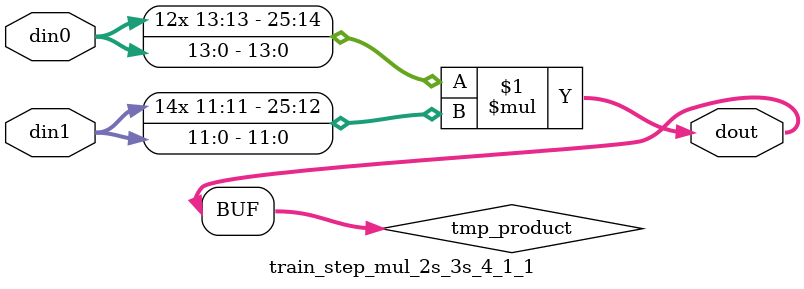
<source format=v>

`timescale 1 ns / 1 ps

 module train_step_mul_2s_3s_4_1_1(din0, din1, dout);
parameter ID = 1;
parameter NUM_STAGE = 0;
parameter din0_WIDTH = 14;
parameter din1_WIDTH = 12;
parameter dout_WIDTH = 26;

input [din0_WIDTH - 1 : 0] din0; 
input [din1_WIDTH - 1 : 0] din1; 
output [dout_WIDTH - 1 : 0] dout;

wire signed [dout_WIDTH - 1 : 0] tmp_product;



























assign tmp_product = $signed(din0) * $signed(din1);








assign dout = tmp_product;





















endmodule

</source>
